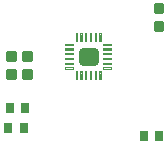
<source format=gtp>
G75*
%MOIN*%
%OFA0B0*%
%FSLAX24Y24*%
%IPPOS*%
%LPD*%
%AMOC8*
5,1,8,0,0,1.08239X$1,22.5*
%
%ADD10C,0.0039*%
%ADD11C,0.0303*%
%ADD12C,0.0088*%
%ADD13R,0.0276X0.0354*%
D10*
X004866Y004189D02*
X004866Y004465D01*
X004866Y004189D02*
X004826Y004189D01*
X004826Y004465D01*
X004866Y004465D01*
X004866Y004227D02*
X004826Y004227D01*
X004826Y004265D02*
X004866Y004265D01*
X004866Y004303D02*
X004826Y004303D01*
X004826Y004341D02*
X004866Y004341D01*
X004866Y004379D02*
X004826Y004379D01*
X004826Y004417D02*
X004866Y004417D01*
X004866Y004455D02*
X004826Y004455D01*
X005024Y004465D02*
X005024Y004189D01*
X004984Y004189D01*
X004984Y004465D01*
X005024Y004465D01*
X005024Y004227D02*
X004984Y004227D01*
X004984Y004265D02*
X005024Y004265D01*
X005024Y004303D02*
X004984Y004303D01*
X004984Y004341D02*
X005024Y004341D01*
X005024Y004379D02*
X004984Y004379D01*
X004984Y004417D02*
X005024Y004417D01*
X005024Y004455D02*
X004984Y004455D01*
X005181Y004465D02*
X005181Y004189D01*
X005141Y004189D01*
X005141Y004465D01*
X005181Y004465D01*
X005181Y004227D02*
X005141Y004227D01*
X005141Y004265D02*
X005181Y004265D01*
X005181Y004303D02*
X005141Y004303D01*
X005141Y004341D02*
X005181Y004341D01*
X005181Y004379D02*
X005141Y004379D01*
X005141Y004417D02*
X005181Y004417D01*
X005181Y004455D02*
X005141Y004455D01*
X005339Y004465D02*
X005339Y004189D01*
X005299Y004189D01*
X005299Y004465D01*
X005339Y004465D01*
X005339Y004227D02*
X005299Y004227D01*
X005299Y004265D02*
X005339Y004265D01*
X005339Y004303D02*
X005299Y004303D01*
X005299Y004341D02*
X005339Y004341D01*
X005339Y004379D02*
X005299Y004379D01*
X005299Y004417D02*
X005339Y004417D01*
X005339Y004455D02*
X005299Y004455D01*
X005496Y004465D02*
X005496Y004189D01*
X005456Y004189D01*
X005456Y004465D01*
X005496Y004465D01*
X005496Y004227D02*
X005456Y004227D01*
X005456Y004265D02*
X005496Y004265D01*
X005496Y004303D02*
X005456Y004303D01*
X005456Y004341D02*
X005496Y004341D01*
X005496Y004379D02*
X005456Y004379D01*
X005456Y004417D02*
X005496Y004417D01*
X005496Y004455D02*
X005456Y004455D01*
X005654Y004465D02*
X005654Y004189D01*
X005614Y004189D01*
X005614Y004465D01*
X005654Y004465D01*
X005654Y004227D02*
X005614Y004227D01*
X005614Y004265D02*
X005654Y004265D01*
X005654Y004303D02*
X005614Y004303D01*
X005614Y004341D02*
X005654Y004341D01*
X005654Y004379D02*
X005614Y004379D01*
X005614Y004417D02*
X005654Y004417D01*
X005654Y004455D02*
X005614Y004455D01*
X005732Y004583D02*
X006008Y004583D01*
X006008Y004543D01*
X005732Y004543D01*
X005732Y004583D01*
X005732Y004581D02*
X006008Y004581D01*
X006008Y004741D02*
X005732Y004741D01*
X006008Y004741D02*
X006008Y004701D01*
X005732Y004701D01*
X005732Y004741D01*
X005732Y004739D02*
X006008Y004739D01*
X006008Y004898D02*
X005732Y004898D01*
X006008Y004898D02*
X006008Y004858D01*
X005732Y004858D01*
X005732Y004898D01*
X005732Y004896D02*
X006008Y004896D01*
X006008Y005056D02*
X005732Y005056D01*
X006008Y005056D02*
X006008Y005016D01*
X005732Y005016D01*
X005732Y005056D01*
X005732Y005054D02*
X006008Y005054D01*
X006008Y005213D02*
X005732Y005213D01*
X006008Y005213D02*
X006008Y005173D01*
X005732Y005173D01*
X005732Y005213D01*
X005732Y005211D02*
X006008Y005211D01*
X006008Y005371D02*
X005732Y005371D01*
X006008Y005371D02*
X006008Y005331D01*
X005732Y005331D01*
X005732Y005371D01*
X005732Y005369D02*
X006008Y005369D01*
X005614Y005449D02*
X005614Y005725D01*
X005654Y005725D01*
X005654Y005449D01*
X005614Y005449D01*
X005614Y005487D02*
X005654Y005487D01*
X005654Y005525D02*
X005614Y005525D01*
X005614Y005563D02*
X005654Y005563D01*
X005654Y005601D02*
X005614Y005601D01*
X005614Y005639D02*
X005654Y005639D01*
X005654Y005677D02*
X005614Y005677D01*
X005614Y005715D02*
X005654Y005715D01*
X005456Y005725D02*
X005456Y005449D01*
X005456Y005725D02*
X005496Y005725D01*
X005496Y005449D01*
X005456Y005449D01*
X005456Y005487D02*
X005496Y005487D01*
X005496Y005525D02*
X005456Y005525D01*
X005456Y005563D02*
X005496Y005563D01*
X005496Y005601D02*
X005456Y005601D01*
X005456Y005639D02*
X005496Y005639D01*
X005496Y005677D02*
X005456Y005677D01*
X005456Y005715D02*
X005496Y005715D01*
X005299Y005725D02*
X005299Y005449D01*
X005299Y005725D02*
X005339Y005725D01*
X005339Y005449D01*
X005299Y005449D01*
X005299Y005487D02*
X005339Y005487D01*
X005339Y005525D02*
X005299Y005525D01*
X005299Y005563D02*
X005339Y005563D01*
X005339Y005601D02*
X005299Y005601D01*
X005299Y005639D02*
X005339Y005639D01*
X005339Y005677D02*
X005299Y005677D01*
X005299Y005715D02*
X005339Y005715D01*
X005141Y005725D02*
X005141Y005449D01*
X005141Y005725D02*
X005181Y005725D01*
X005181Y005449D01*
X005141Y005449D01*
X005141Y005487D02*
X005181Y005487D01*
X005181Y005525D02*
X005141Y005525D01*
X005141Y005563D02*
X005181Y005563D01*
X005181Y005601D02*
X005141Y005601D01*
X005141Y005639D02*
X005181Y005639D01*
X005181Y005677D02*
X005141Y005677D01*
X005141Y005715D02*
X005181Y005715D01*
X004984Y005725D02*
X004984Y005449D01*
X004984Y005725D02*
X005024Y005725D01*
X005024Y005449D01*
X004984Y005449D01*
X004984Y005487D02*
X005024Y005487D01*
X005024Y005525D02*
X004984Y005525D01*
X004984Y005563D02*
X005024Y005563D01*
X005024Y005601D02*
X004984Y005601D01*
X004984Y005639D02*
X005024Y005639D01*
X005024Y005677D02*
X004984Y005677D01*
X004984Y005715D02*
X005024Y005715D01*
X004826Y005725D02*
X004826Y005449D01*
X004826Y005725D02*
X004866Y005725D01*
X004866Y005449D01*
X004826Y005449D01*
X004826Y005487D02*
X004866Y005487D01*
X004866Y005525D02*
X004826Y005525D01*
X004826Y005563D02*
X004866Y005563D01*
X004866Y005601D02*
X004826Y005601D01*
X004826Y005639D02*
X004866Y005639D01*
X004866Y005677D02*
X004826Y005677D01*
X004826Y005715D02*
X004866Y005715D01*
X004748Y005331D02*
X004472Y005331D01*
X004472Y005371D01*
X004748Y005371D01*
X004748Y005331D01*
X004748Y005369D02*
X004472Y005369D01*
X004472Y005173D02*
X004748Y005173D01*
X004472Y005173D02*
X004472Y005213D01*
X004748Y005213D01*
X004748Y005173D01*
X004748Y005211D02*
X004472Y005211D01*
X004472Y005016D02*
X004748Y005016D01*
X004472Y005016D02*
X004472Y005056D01*
X004748Y005056D01*
X004748Y005016D01*
X004748Y005054D02*
X004472Y005054D01*
X004472Y004858D02*
X004748Y004858D01*
X004472Y004858D02*
X004472Y004898D01*
X004748Y004898D01*
X004748Y004858D01*
X004748Y004896D02*
X004472Y004896D01*
X004472Y004701D02*
X004748Y004701D01*
X004472Y004701D02*
X004472Y004741D01*
X004748Y004741D01*
X004748Y004701D01*
X004748Y004739D02*
X004472Y004739D01*
X004472Y004543D02*
X004748Y004543D01*
X004472Y004543D02*
X004472Y004583D01*
X004748Y004583D01*
X004748Y004543D01*
X004748Y004581D02*
X004472Y004581D01*
D11*
X005057Y004805D02*
X005423Y004805D01*
X005057Y004805D02*
X005057Y005109D01*
X005423Y005109D01*
X005423Y004805D01*
X005423Y005107D02*
X005057Y005107D01*
D12*
X003337Y005085D02*
X003337Y004823D01*
X003075Y004823D01*
X003075Y005085D01*
X003337Y005085D01*
X003337Y004910D02*
X003075Y004910D01*
X003075Y004997D02*
X003337Y004997D01*
X003337Y005084D02*
X003075Y005084D01*
X002523Y005082D02*
X002523Y004820D01*
X002523Y005082D02*
X002785Y005082D01*
X002785Y004820D01*
X002523Y004820D01*
X002523Y004907D02*
X002785Y004907D01*
X002785Y004994D02*
X002523Y004994D01*
X002523Y005081D02*
X002785Y005081D01*
X002523Y004482D02*
X002523Y004220D01*
X002523Y004482D02*
X002785Y004482D01*
X002785Y004220D01*
X002523Y004220D01*
X002523Y004307D02*
X002785Y004307D01*
X002785Y004394D02*
X002523Y004394D01*
X002523Y004481D02*
X002785Y004481D01*
X003337Y004485D02*
X003337Y004223D01*
X003075Y004223D01*
X003075Y004485D01*
X003337Y004485D01*
X003337Y004310D02*
X003075Y004310D01*
X003075Y004397D02*
X003337Y004397D01*
X003337Y004484D02*
X003075Y004484D01*
X007715Y005826D02*
X007715Y006088D01*
X007715Y005826D02*
X007453Y005826D01*
X007453Y006088D01*
X007715Y006088D01*
X007715Y005913D02*
X007453Y005913D01*
X007453Y006000D02*
X007715Y006000D01*
X007715Y006087D02*
X007453Y006087D01*
X007715Y006426D02*
X007715Y006688D01*
X007715Y006426D02*
X007453Y006426D01*
X007453Y006688D01*
X007715Y006688D01*
X007715Y006513D02*
X007453Y006513D01*
X007453Y006600D02*
X007715Y006600D01*
X007715Y006687D02*
X007453Y006687D01*
D13*
X002573Y002573D03*
X003085Y002573D03*
X003135Y003228D03*
X002623Y003228D03*
X007102Y002289D03*
X007614Y002289D03*
M02*

</source>
